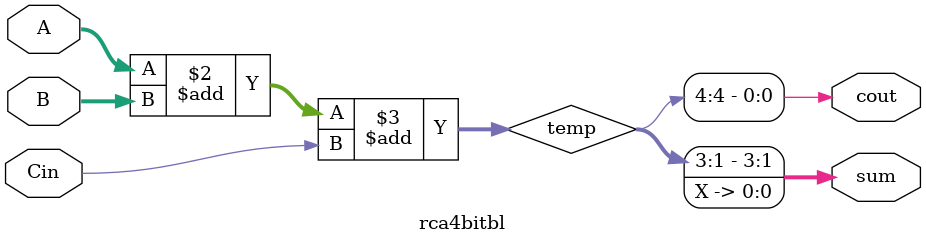
<source format=v>
module rca4bitbl(sum,cout,A,B,Cin);
	output reg[3:0]sum;
	output reg cout;
	input [3:0] A,B;
	input Cin;
	reg [4:1] temp;
	always @(*) begin
		temp=A+B+Cin;
		sum=temp[3:0];
		cout=temp[4];
			end
endmodule

</source>
